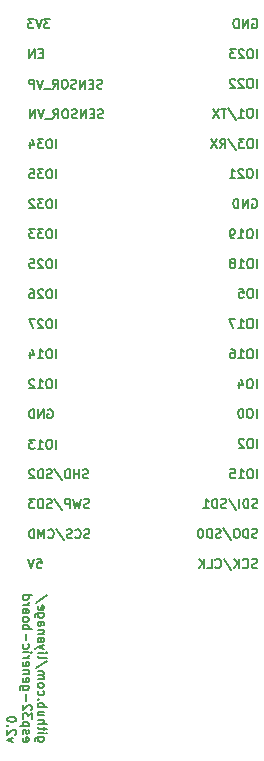
<source format=gbo>
G04 #@! TF.GenerationSoftware,KiCad,Pcbnew,(5.1.4-0-10_14)*
G04 #@! TF.CreationDate,2019-11-09T17:54:15-08:00*
G04 #@! TF.ProjectId,esp32-generic-board,65737033-322d-4676-956e-657269632d62,rev?*
G04 #@! TF.SameCoordinates,Original*
G04 #@! TF.FileFunction,Legend,Bot*
G04 #@! TF.FilePolarity,Positive*
%FSLAX46Y46*%
G04 Gerber Fmt 4.6, Leading zero omitted, Abs format (unit mm)*
G04 Created by KiCad (PCBNEW (5.1.4-0-10_14)) date 2019-11-09 17:54:15*
%MOMM*%
%LPD*%
G04 APERTURE LIST*
%ADD10C,0.152400*%
G04 APERTURE END LIST*
D10*
X22310997Y-47311128D02*
X22202140Y-47347414D01*
X22020711Y-47347414D01*
X21948140Y-47311128D01*
X21911854Y-47274842D01*
X21875568Y-47202271D01*
X21875568Y-47129700D01*
X21911854Y-47057128D01*
X21948140Y-47020842D01*
X22020711Y-46984557D01*
X22165854Y-46948271D01*
X22238425Y-46911985D01*
X22274711Y-46875700D01*
X22310997Y-46803128D01*
X22310997Y-46730557D01*
X22274711Y-46657985D01*
X22238425Y-46621700D01*
X22165854Y-46585414D01*
X21984425Y-46585414D01*
X21875568Y-46621700D01*
X21113568Y-47274842D02*
X21149854Y-47311128D01*
X21258711Y-47347414D01*
X21331282Y-47347414D01*
X21440140Y-47311128D01*
X21512711Y-47238557D01*
X21548997Y-47165985D01*
X21585282Y-47020842D01*
X21585282Y-46911985D01*
X21548997Y-46766842D01*
X21512711Y-46694271D01*
X21440140Y-46621700D01*
X21331282Y-46585414D01*
X21258711Y-46585414D01*
X21149854Y-46621700D01*
X21113568Y-46657985D01*
X20786997Y-47347414D02*
X20786997Y-46585414D01*
X20351568Y-47347414D02*
X20678140Y-46911985D01*
X20351568Y-46585414D02*
X20786997Y-47020842D01*
X19480711Y-46549128D02*
X20133854Y-47528842D01*
X18791282Y-47274842D02*
X18827568Y-47311128D01*
X18936425Y-47347414D01*
X19008997Y-47347414D01*
X19117854Y-47311128D01*
X19190425Y-47238557D01*
X19226711Y-47165985D01*
X19262997Y-47020842D01*
X19262997Y-46911985D01*
X19226711Y-46766842D01*
X19190425Y-46694271D01*
X19117854Y-46621700D01*
X19008997Y-46585414D01*
X18936425Y-46585414D01*
X18827568Y-46621700D01*
X18791282Y-46657985D01*
X18101854Y-47347414D02*
X18464711Y-47347414D01*
X18464711Y-46585414D01*
X17847854Y-47347414D02*
X17847854Y-46585414D01*
X17412425Y-47347414D02*
X17738997Y-46911985D01*
X17412425Y-46585414D02*
X17847854Y-47020842D01*
X22323697Y-44758428D02*
X22214840Y-44794714D01*
X22033411Y-44794714D01*
X21960840Y-44758428D01*
X21924554Y-44722142D01*
X21888268Y-44649571D01*
X21888268Y-44577000D01*
X21924554Y-44504428D01*
X21960840Y-44468142D01*
X22033411Y-44431857D01*
X22178554Y-44395571D01*
X22251125Y-44359285D01*
X22287411Y-44323000D01*
X22323697Y-44250428D01*
X22323697Y-44177857D01*
X22287411Y-44105285D01*
X22251125Y-44069000D01*
X22178554Y-44032714D01*
X21997125Y-44032714D01*
X21888268Y-44069000D01*
X21561697Y-44794714D02*
X21561697Y-44032714D01*
X21380268Y-44032714D01*
X21271411Y-44069000D01*
X21198840Y-44141571D01*
X21162554Y-44214142D01*
X21126268Y-44359285D01*
X21126268Y-44468142D01*
X21162554Y-44613285D01*
X21198840Y-44685857D01*
X21271411Y-44758428D01*
X21380268Y-44794714D01*
X21561697Y-44794714D01*
X20654554Y-44032714D02*
X20509411Y-44032714D01*
X20436840Y-44069000D01*
X20364268Y-44141571D01*
X20327982Y-44286714D01*
X20327982Y-44540714D01*
X20364268Y-44685857D01*
X20436840Y-44758428D01*
X20509411Y-44794714D01*
X20654554Y-44794714D01*
X20727125Y-44758428D01*
X20799697Y-44685857D01*
X20835982Y-44540714D01*
X20835982Y-44286714D01*
X20799697Y-44141571D01*
X20727125Y-44069000D01*
X20654554Y-44032714D01*
X19457125Y-43996428D02*
X20110268Y-44976142D01*
X19239411Y-44758428D02*
X19130554Y-44794714D01*
X18949125Y-44794714D01*
X18876554Y-44758428D01*
X18840268Y-44722142D01*
X18803982Y-44649571D01*
X18803982Y-44577000D01*
X18840268Y-44504428D01*
X18876554Y-44468142D01*
X18949125Y-44431857D01*
X19094268Y-44395571D01*
X19166840Y-44359285D01*
X19203125Y-44323000D01*
X19239411Y-44250428D01*
X19239411Y-44177857D01*
X19203125Y-44105285D01*
X19166840Y-44069000D01*
X19094268Y-44032714D01*
X18912840Y-44032714D01*
X18803982Y-44069000D01*
X18477411Y-44794714D02*
X18477411Y-44032714D01*
X18295982Y-44032714D01*
X18187125Y-44069000D01*
X18114554Y-44141571D01*
X18078268Y-44214142D01*
X18041982Y-44359285D01*
X18041982Y-44468142D01*
X18078268Y-44613285D01*
X18114554Y-44685857D01*
X18187125Y-44758428D01*
X18295982Y-44794714D01*
X18477411Y-44794714D01*
X17570268Y-44032714D02*
X17497697Y-44032714D01*
X17425125Y-44069000D01*
X17388840Y-44105285D01*
X17352554Y-44177857D01*
X17316268Y-44323000D01*
X17316268Y-44504428D01*
X17352554Y-44649571D01*
X17388840Y-44722142D01*
X17425125Y-44758428D01*
X17497697Y-44794714D01*
X17570268Y-44794714D01*
X17642840Y-44758428D01*
X17679125Y-44722142D01*
X17715411Y-44649571D01*
X17751697Y-44504428D01*
X17751697Y-44323000D01*
X17715411Y-44177857D01*
X17679125Y-44105285D01*
X17642840Y-44069000D01*
X17570268Y-44032714D01*
X22349097Y-42231128D02*
X22240240Y-42267414D01*
X22058811Y-42267414D01*
X21986240Y-42231128D01*
X21949954Y-42194842D01*
X21913668Y-42122271D01*
X21913668Y-42049700D01*
X21949954Y-41977128D01*
X21986240Y-41940842D01*
X22058811Y-41904557D01*
X22203954Y-41868271D01*
X22276525Y-41831985D01*
X22312811Y-41795700D01*
X22349097Y-41723128D01*
X22349097Y-41650557D01*
X22312811Y-41577985D01*
X22276525Y-41541700D01*
X22203954Y-41505414D01*
X22022525Y-41505414D01*
X21913668Y-41541700D01*
X21587097Y-42267414D02*
X21587097Y-41505414D01*
X21405668Y-41505414D01*
X21296811Y-41541700D01*
X21224240Y-41614271D01*
X21187954Y-41686842D01*
X21151668Y-41831985D01*
X21151668Y-41940842D01*
X21187954Y-42085985D01*
X21224240Y-42158557D01*
X21296811Y-42231128D01*
X21405668Y-42267414D01*
X21587097Y-42267414D01*
X20825097Y-42267414D02*
X20825097Y-41505414D01*
X19917954Y-41469128D02*
X20571097Y-42448842D01*
X19700240Y-42231128D02*
X19591382Y-42267414D01*
X19409954Y-42267414D01*
X19337382Y-42231128D01*
X19301097Y-42194842D01*
X19264811Y-42122271D01*
X19264811Y-42049700D01*
X19301097Y-41977128D01*
X19337382Y-41940842D01*
X19409954Y-41904557D01*
X19555097Y-41868271D01*
X19627668Y-41831985D01*
X19663954Y-41795700D01*
X19700240Y-41723128D01*
X19700240Y-41650557D01*
X19663954Y-41577985D01*
X19627668Y-41541700D01*
X19555097Y-41505414D01*
X19373668Y-41505414D01*
X19264811Y-41541700D01*
X18938240Y-42267414D02*
X18938240Y-41505414D01*
X18756811Y-41505414D01*
X18647954Y-41541700D01*
X18575382Y-41614271D01*
X18539097Y-41686842D01*
X18502811Y-41831985D01*
X18502811Y-41940842D01*
X18539097Y-42085985D01*
X18575382Y-42158557D01*
X18647954Y-42231128D01*
X18756811Y-42267414D01*
X18938240Y-42267414D01*
X17777097Y-42267414D02*
X18212525Y-42267414D01*
X17994811Y-42267414D02*
X17994811Y-41505414D01*
X18067382Y-41614271D01*
X18139954Y-41686842D01*
X18212525Y-41723128D01*
X22312811Y-39740114D02*
X22312811Y-38978114D01*
X21804811Y-38978114D02*
X21659668Y-38978114D01*
X21587097Y-39014400D01*
X21514525Y-39086971D01*
X21478240Y-39232114D01*
X21478240Y-39486114D01*
X21514525Y-39631257D01*
X21587097Y-39703828D01*
X21659668Y-39740114D01*
X21804811Y-39740114D01*
X21877382Y-39703828D01*
X21949954Y-39631257D01*
X21986240Y-39486114D01*
X21986240Y-39232114D01*
X21949954Y-39086971D01*
X21877382Y-39014400D01*
X21804811Y-38978114D01*
X20752525Y-39740114D02*
X21187954Y-39740114D01*
X20970240Y-39740114D02*
X20970240Y-38978114D01*
X21042811Y-39086971D01*
X21115382Y-39159542D01*
X21187954Y-39195828D01*
X20063097Y-38978114D02*
X20425954Y-38978114D01*
X20462240Y-39340971D01*
X20425954Y-39304685D01*
X20353382Y-39268400D01*
X20171954Y-39268400D01*
X20099382Y-39304685D01*
X20063097Y-39340971D01*
X20026811Y-39413542D01*
X20026811Y-39594971D01*
X20063097Y-39667542D01*
X20099382Y-39703828D01*
X20171954Y-39740114D01*
X20353382Y-39740114D01*
X20425954Y-39703828D01*
X20462240Y-39667542D01*
X22312811Y-37187414D02*
X22312811Y-36425414D01*
X21804811Y-36425414D02*
X21659668Y-36425414D01*
X21587097Y-36461700D01*
X21514525Y-36534271D01*
X21478240Y-36679414D01*
X21478240Y-36933414D01*
X21514525Y-37078557D01*
X21587097Y-37151128D01*
X21659668Y-37187414D01*
X21804811Y-37187414D01*
X21877382Y-37151128D01*
X21949954Y-37078557D01*
X21986240Y-36933414D01*
X21986240Y-36679414D01*
X21949954Y-36534271D01*
X21877382Y-36461700D01*
X21804811Y-36425414D01*
X21187954Y-36497985D02*
X21151668Y-36461700D01*
X21079097Y-36425414D01*
X20897668Y-36425414D01*
X20825097Y-36461700D01*
X20788811Y-36497985D01*
X20752525Y-36570557D01*
X20752525Y-36643128D01*
X20788811Y-36751985D01*
X21224240Y-37187414D01*
X20752525Y-37187414D01*
X22287411Y-34634714D02*
X22287411Y-33872714D01*
X21779411Y-33872714D02*
X21634268Y-33872714D01*
X21561697Y-33909000D01*
X21489125Y-33981571D01*
X21452840Y-34126714D01*
X21452840Y-34380714D01*
X21489125Y-34525857D01*
X21561697Y-34598428D01*
X21634268Y-34634714D01*
X21779411Y-34634714D01*
X21851982Y-34598428D01*
X21924554Y-34525857D01*
X21960840Y-34380714D01*
X21960840Y-34126714D01*
X21924554Y-33981571D01*
X21851982Y-33909000D01*
X21779411Y-33872714D01*
X20981125Y-33872714D02*
X20908554Y-33872714D01*
X20835982Y-33909000D01*
X20799697Y-33945285D01*
X20763411Y-34017857D01*
X20727125Y-34163000D01*
X20727125Y-34344428D01*
X20763411Y-34489571D01*
X20799697Y-34562142D01*
X20835982Y-34598428D01*
X20908554Y-34634714D01*
X20981125Y-34634714D01*
X21053697Y-34598428D01*
X21089982Y-34562142D01*
X21126268Y-34489571D01*
X21162554Y-34344428D01*
X21162554Y-34163000D01*
X21126268Y-34017857D01*
X21089982Y-33945285D01*
X21053697Y-33909000D01*
X20981125Y-33872714D01*
X22287411Y-32120114D02*
X22287411Y-31358114D01*
X21779411Y-31358114D02*
X21634268Y-31358114D01*
X21561697Y-31394400D01*
X21489125Y-31466971D01*
X21452840Y-31612114D01*
X21452840Y-31866114D01*
X21489125Y-32011257D01*
X21561697Y-32083828D01*
X21634268Y-32120114D01*
X21779411Y-32120114D01*
X21851982Y-32083828D01*
X21924554Y-32011257D01*
X21960840Y-31866114D01*
X21960840Y-31612114D01*
X21924554Y-31466971D01*
X21851982Y-31394400D01*
X21779411Y-31358114D01*
X20799697Y-31612114D02*
X20799697Y-32120114D01*
X20981125Y-31321828D02*
X21162554Y-31866114D01*
X20690840Y-31866114D01*
X22300111Y-29580114D02*
X22300111Y-28818114D01*
X21792111Y-28818114D02*
X21646968Y-28818114D01*
X21574397Y-28854400D01*
X21501825Y-28926971D01*
X21465540Y-29072114D01*
X21465540Y-29326114D01*
X21501825Y-29471257D01*
X21574397Y-29543828D01*
X21646968Y-29580114D01*
X21792111Y-29580114D01*
X21864682Y-29543828D01*
X21937254Y-29471257D01*
X21973540Y-29326114D01*
X21973540Y-29072114D01*
X21937254Y-28926971D01*
X21864682Y-28854400D01*
X21792111Y-28818114D01*
X20739825Y-29580114D02*
X21175254Y-29580114D01*
X20957540Y-29580114D02*
X20957540Y-28818114D01*
X21030111Y-28926971D01*
X21102682Y-28999542D01*
X21175254Y-29035828D01*
X20086682Y-28818114D02*
X20231825Y-28818114D01*
X20304397Y-28854400D01*
X20340682Y-28890685D01*
X20413254Y-28999542D01*
X20449540Y-29144685D01*
X20449540Y-29434971D01*
X20413254Y-29507542D01*
X20376968Y-29543828D01*
X20304397Y-29580114D01*
X20159254Y-29580114D01*
X20086682Y-29543828D01*
X20050397Y-29507542D01*
X20014111Y-29434971D01*
X20014111Y-29253542D01*
X20050397Y-29180971D01*
X20086682Y-29144685D01*
X20159254Y-29108400D01*
X20304397Y-29108400D01*
X20376968Y-29144685D01*
X20413254Y-29180971D01*
X20449540Y-29253542D01*
X22300111Y-27027414D02*
X22300111Y-26265414D01*
X21792111Y-26265414D02*
X21646968Y-26265414D01*
X21574397Y-26301700D01*
X21501825Y-26374271D01*
X21465540Y-26519414D01*
X21465540Y-26773414D01*
X21501825Y-26918557D01*
X21574397Y-26991128D01*
X21646968Y-27027414D01*
X21792111Y-27027414D01*
X21864682Y-26991128D01*
X21937254Y-26918557D01*
X21973540Y-26773414D01*
X21973540Y-26519414D01*
X21937254Y-26374271D01*
X21864682Y-26301700D01*
X21792111Y-26265414D01*
X20739825Y-27027414D02*
X21175254Y-27027414D01*
X20957540Y-27027414D02*
X20957540Y-26265414D01*
X21030111Y-26374271D01*
X21102682Y-26446842D01*
X21175254Y-26483128D01*
X20485825Y-26265414D02*
X19977825Y-26265414D01*
X20304397Y-27027414D01*
X22312811Y-24474714D02*
X22312811Y-23712714D01*
X21804811Y-23712714D02*
X21659668Y-23712714D01*
X21587097Y-23749000D01*
X21514525Y-23821571D01*
X21478240Y-23966714D01*
X21478240Y-24220714D01*
X21514525Y-24365857D01*
X21587097Y-24438428D01*
X21659668Y-24474714D01*
X21804811Y-24474714D01*
X21877382Y-24438428D01*
X21949954Y-24365857D01*
X21986240Y-24220714D01*
X21986240Y-23966714D01*
X21949954Y-23821571D01*
X21877382Y-23749000D01*
X21804811Y-23712714D01*
X20788811Y-23712714D02*
X21151668Y-23712714D01*
X21187954Y-24075571D01*
X21151668Y-24039285D01*
X21079097Y-24003000D01*
X20897668Y-24003000D01*
X20825097Y-24039285D01*
X20788811Y-24075571D01*
X20752525Y-24148142D01*
X20752525Y-24329571D01*
X20788811Y-24402142D01*
X20825097Y-24438428D01*
X20897668Y-24474714D01*
X21079097Y-24474714D01*
X21151668Y-24438428D01*
X21187954Y-24402142D01*
X22312811Y-21947414D02*
X22312811Y-21185414D01*
X21804811Y-21185414D02*
X21659668Y-21185414D01*
X21587097Y-21221700D01*
X21514525Y-21294271D01*
X21478240Y-21439414D01*
X21478240Y-21693414D01*
X21514525Y-21838557D01*
X21587097Y-21911128D01*
X21659668Y-21947414D01*
X21804811Y-21947414D01*
X21877382Y-21911128D01*
X21949954Y-21838557D01*
X21986240Y-21693414D01*
X21986240Y-21439414D01*
X21949954Y-21294271D01*
X21877382Y-21221700D01*
X21804811Y-21185414D01*
X20752525Y-21947414D02*
X21187954Y-21947414D01*
X20970240Y-21947414D02*
X20970240Y-21185414D01*
X21042811Y-21294271D01*
X21115382Y-21366842D01*
X21187954Y-21403128D01*
X20317097Y-21511985D02*
X20389668Y-21475700D01*
X20425954Y-21439414D01*
X20462240Y-21366842D01*
X20462240Y-21330557D01*
X20425954Y-21257985D01*
X20389668Y-21221700D01*
X20317097Y-21185414D01*
X20171954Y-21185414D01*
X20099382Y-21221700D01*
X20063097Y-21257985D01*
X20026811Y-21330557D01*
X20026811Y-21366842D01*
X20063097Y-21439414D01*
X20099382Y-21475700D01*
X20171954Y-21511985D01*
X20317097Y-21511985D01*
X20389668Y-21548271D01*
X20425954Y-21584557D01*
X20462240Y-21657128D01*
X20462240Y-21802271D01*
X20425954Y-21874842D01*
X20389668Y-21911128D01*
X20317097Y-21947414D01*
X20171954Y-21947414D01*
X20099382Y-21911128D01*
X20063097Y-21874842D01*
X20026811Y-21802271D01*
X20026811Y-21657128D01*
X20063097Y-21584557D01*
X20099382Y-21548271D01*
X20171954Y-21511985D01*
X22287411Y-19420114D02*
X22287411Y-18658114D01*
X21779411Y-18658114D02*
X21634268Y-18658114D01*
X21561697Y-18694400D01*
X21489125Y-18766971D01*
X21452840Y-18912114D01*
X21452840Y-19166114D01*
X21489125Y-19311257D01*
X21561697Y-19383828D01*
X21634268Y-19420114D01*
X21779411Y-19420114D01*
X21851982Y-19383828D01*
X21924554Y-19311257D01*
X21960840Y-19166114D01*
X21960840Y-18912114D01*
X21924554Y-18766971D01*
X21851982Y-18694400D01*
X21779411Y-18658114D01*
X20727125Y-19420114D02*
X21162554Y-19420114D01*
X20944840Y-19420114D02*
X20944840Y-18658114D01*
X21017411Y-18766971D01*
X21089982Y-18839542D01*
X21162554Y-18875828D01*
X20364268Y-19420114D02*
X20219125Y-19420114D01*
X20146554Y-19383828D01*
X20110268Y-19347542D01*
X20037697Y-19238685D01*
X20001411Y-19093542D01*
X20001411Y-18803257D01*
X20037697Y-18730685D01*
X20073982Y-18694400D01*
X20146554Y-18658114D01*
X20291697Y-18658114D01*
X20364268Y-18694400D01*
X20400554Y-18730685D01*
X20436840Y-18803257D01*
X20436840Y-18984685D01*
X20400554Y-19057257D01*
X20364268Y-19093542D01*
X20291697Y-19129828D01*
X20146554Y-19129828D01*
X20073982Y-19093542D01*
X20037697Y-19057257D01*
X20001411Y-18984685D01*
X21888268Y-16141700D02*
X21960840Y-16105414D01*
X22069697Y-16105414D01*
X22178554Y-16141700D01*
X22251125Y-16214271D01*
X22287411Y-16286842D01*
X22323697Y-16431985D01*
X22323697Y-16540842D01*
X22287411Y-16685985D01*
X22251125Y-16758557D01*
X22178554Y-16831128D01*
X22069697Y-16867414D01*
X21997125Y-16867414D01*
X21888268Y-16831128D01*
X21851982Y-16794842D01*
X21851982Y-16540842D01*
X21997125Y-16540842D01*
X21525411Y-16867414D02*
X21525411Y-16105414D01*
X21089982Y-16867414D01*
X21089982Y-16105414D01*
X20727125Y-16867414D02*
X20727125Y-16105414D01*
X20545697Y-16105414D01*
X20436840Y-16141700D01*
X20364268Y-16214271D01*
X20327982Y-16286842D01*
X20291697Y-16431985D01*
X20291697Y-16540842D01*
X20327982Y-16685985D01*
X20364268Y-16758557D01*
X20436840Y-16831128D01*
X20545697Y-16867414D01*
X20727125Y-16867414D01*
X22287411Y-14314714D02*
X22287411Y-13552714D01*
X21779411Y-13552714D02*
X21634268Y-13552714D01*
X21561697Y-13589000D01*
X21489125Y-13661571D01*
X21452840Y-13806714D01*
X21452840Y-14060714D01*
X21489125Y-14205857D01*
X21561697Y-14278428D01*
X21634268Y-14314714D01*
X21779411Y-14314714D01*
X21851982Y-14278428D01*
X21924554Y-14205857D01*
X21960840Y-14060714D01*
X21960840Y-13806714D01*
X21924554Y-13661571D01*
X21851982Y-13589000D01*
X21779411Y-13552714D01*
X21162554Y-13625285D02*
X21126268Y-13589000D01*
X21053697Y-13552714D01*
X20872268Y-13552714D01*
X20799697Y-13589000D01*
X20763411Y-13625285D01*
X20727125Y-13697857D01*
X20727125Y-13770428D01*
X20763411Y-13879285D01*
X21198840Y-14314714D01*
X20727125Y-14314714D01*
X20001411Y-14314714D02*
X20436840Y-14314714D01*
X20219125Y-14314714D02*
X20219125Y-13552714D01*
X20291697Y-13661571D01*
X20364268Y-13734142D01*
X20436840Y-13770428D01*
X22312811Y-11787414D02*
X22312811Y-11025414D01*
X21804811Y-11025414D02*
X21659668Y-11025414D01*
X21587097Y-11061700D01*
X21514525Y-11134271D01*
X21478240Y-11279414D01*
X21478240Y-11533414D01*
X21514525Y-11678557D01*
X21587097Y-11751128D01*
X21659668Y-11787414D01*
X21804811Y-11787414D01*
X21877382Y-11751128D01*
X21949954Y-11678557D01*
X21986240Y-11533414D01*
X21986240Y-11279414D01*
X21949954Y-11134271D01*
X21877382Y-11061700D01*
X21804811Y-11025414D01*
X21224240Y-11025414D02*
X20752525Y-11025414D01*
X21006525Y-11315700D01*
X20897668Y-11315700D01*
X20825097Y-11351985D01*
X20788811Y-11388271D01*
X20752525Y-11460842D01*
X20752525Y-11642271D01*
X20788811Y-11714842D01*
X20825097Y-11751128D01*
X20897668Y-11787414D01*
X21115382Y-11787414D01*
X21187954Y-11751128D01*
X21224240Y-11714842D01*
X19881668Y-10989128D02*
X20534811Y-11968842D01*
X19192240Y-11787414D02*
X19446240Y-11424557D01*
X19627668Y-11787414D02*
X19627668Y-11025414D01*
X19337382Y-11025414D01*
X19264811Y-11061700D01*
X19228525Y-11097985D01*
X19192240Y-11170557D01*
X19192240Y-11279414D01*
X19228525Y-11351985D01*
X19264811Y-11388271D01*
X19337382Y-11424557D01*
X19627668Y-11424557D01*
X18938240Y-11025414D02*
X18430240Y-11787414D01*
X18430240Y-11025414D02*
X18938240Y-11787414D01*
X22300111Y-9222014D02*
X22300111Y-8460014D01*
X21792111Y-8460014D02*
X21646968Y-8460014D01*
X21574397Y-8496300D01*
X21501825Y-8568871D01*
X21465540Y-8714014D01*
X21465540Y-8968014D01*
X21501825Y-9113157D01*
X21574397Y-9185728D01*
X21646968Y-9222014D01*
X21792111Y-9222014D01*
X21864682Y-9185728D01*
X21937254Y-9113157D01*
X21973540Y-8968014D01*
X21973540Y-8714014D01*
X21937254Y-8568871D01*
X21864682Y-8496300D01*
X21792111Y-8460014D01*
X20739825Y-9222014D02*
X21175254Y-9222014D01*
X20957540Y-9222014D02*
X20957540Y-8460014D01*
X21030111Y-8568871D01*
X21102682Y-8641442D01*
X21175254Y-8677728D01*
X19868968Y-8423728D02*
X20522111Y-9403442D01*
X19723825Y-8460014D02*
X19288397Y-8460014D01*
X19506111Y-9222014D02*
X19506111Y-8460014D01*
X19106968Y-8460014D02*
X18598968Y-9222014D01*
X18598968Y-8460014D02*
X19106968Y-9222014D01*
X22300111Y-6694714D02*
X22300111Y-5932714D01*
X21792111Y-5932714D02*
X21646968Y-5932714D01*
X21574397Y-5969000D01*
X21501825Y-6041571D01*
X21465540Y-6186714D01*
X21465540Y-6440714D01*
X21501825Y-6585857D01*
X21574397Y-6658428D01*
X21646968Y-6694714D01*
X21792111Y-6694714D01*
X21864682Y-6658428D01*
X21937254Y-6585857D01*
X21973540Y-6440714D01*
X21973540Y-6186714D01*
X21937254Y-6041571D01*
X21864682Y-5969000D01*
X21792111Y-5932714D01*
X21175254Y-6005285D02*
X21138968Y-5969000D01*
X21066397Y-5932714D01*
X20884968Y-5932714D01*
X20812397Y-5969000D01*
X20776111Y-6005285D01*
X20739825Y-6077857D01*
X20739825Y-6150428D01*
X20776111Y-6259285D01*
X21211540Y-6694714D01*
X20739825Y-6694714D01*
X20449540Y-6005285D02*
X20413254Y-5969000D01*
X20340682Y-5932714D01*
X20159254Y-5932714D01*
X20086682Y-5969000D01*
X20050397Y-6005285D01*
X20014111Y-6077857D01*
X20014111Y-6150428D01*
X20050397Y-6259285D01*
X20485825Y-6694714D01*
X20014111Y-6694714D01*
X22312811Y-4180114D02*
X22312811Y-3418114D01*
X21804811Y-3418114D02*
X21659668Y-3418114D01*
X21587097Y-3454400D01*
X21514525Y-3526971D01*
X21478240Y-3672114D01*
X21478240Y-3926114D01*
X21514525Y-4071257D01*
X21587097Y-4143828D01*
X21659668Y-4180114D01*
X21804811Y-4180114D01*
X21877382Y-4143828D01*
X21949954Y-4071257D01*
X21986240Y-3926114D01*
X21986240Y-3672114D01*
X21949954Y-3526971D01*
X21877382Y-3454400D01*
X21804811Y-3418114D01*
X21187954Y-3490685D02*
X21151668Y-3454400D01*
X21079097Y-3418114D01*
X20897668Y-3418114D01*
X20825097Y-3454400D01*
X20788811Y-3490685D01*
X20752525Y-3563257D01*
X20752525Y-3635828D01*
X20788811Y-3744685D01*
X21224240Y-4180114D01*
X20752525Y-4180114D01*
X20498525Y-3418114D02*
X20026811Y-3418114D01*
X20280811Y-3708400D01*
X20171954Y-3708400D01*
X20099382Y-3744685D01*
X20063097Y-3780971D01*
X20026811Y-3853542D01*
X20026811Y-4034971D01*
X20063097Y-4107542D01*
X20099382Y-4143828D01*
X20171954Y-4180114D01*
X20389668Y-4180114D01*
X20462240Y-4143828D01*
X20498525Y-4107542D01*
X21913668Y-901700D02*
X21986240Y-865414D01*
X22095097Y-865414D01*
X22203954Y-901700D01*
X22276525Y-974271D01*
X22312811Y-1046842D01*
X22349097Y-1191985D01*
X22349097Y-1300842D01*
X22312811Y-1445985D01*
X22276525Y-1518557D01*
X22203954Y-1591128D01*
X22095097Y-1627414D01*
X22022525Y-1627414D01*
X21913668Y-1591128D01*
X21877382Y-1554842D01*
X21877382Y-1300842D01*
X22022525Y-1300842D01*
X21550811Y-1627414D02*
X21550811Y-865414D01*
X21115382Y-1627414D01*
X21115382Y-865414D01*
X20752525Y-1627414D02*
X20752525Y-865414D01*
X20571097Y-865414D01*
X20462240Y-901700D01*
X20389668Y-974271D01*
X20353382Y-1046842D01*
X20317097Y-1191985D01*
X20317097Y-1300842D01*
X20353382Y-1445985D01*
X20389668Y-1518557D01*
X20462240Y-1591128D01*
X20571097Y-1627414D01*
X20752525Y-1627414D01*
X3702231Y-46585414D02*
X4065088Y-46585414D01*
X4101374Y-46948271D01*
X4065088Y-46911985D01*
X3992517Y-46875700D01*
X3811088Y-46875700D01*
X3738517Y-46911985D01*
X3702231Y-46948271D01*
X3665945Y-47020842D01*
X3665945Y-47202271D01*
X3702231Y-47274842D01*
X3738517Y-47311128D01*
X3811088Y-47347414D01*
X3992517Y-47347414D01*
X4065088Y-47311128D01*
X4101374Y-47274842D01*
X3448231Y-46585414D02*
X3194231Y-47347414D01*
X2940231Y-46585414D01*
X8129088Y-44796528D02*
X8020231Y-44832814D01*
X7838802Y-44832814D01*
X7766231Y-44796528D01*
X7729945Y-44760242D01*
X7693660Y-44687671D01*
X7693660Y-44615100D01*
X7729945Y-44542528D01*
X7766231Y-44506242D01*
X7838802Y-44469957D01*
X7983945Y-44433671D01*
X8056517Y-44397385D01*
X8092802Y-44361100D01*
X8129088Y-44288528D01*
X8129088Y-44215957D01*
X8092802Y-44143385D01*
X8056517Y-44107100D01*
X7983945Y-44070814D01*
X7802517Y-44070814D01*
X7693660Y-44107100D01*
X6931660Y-44760242D02*
X6967945Y-44796528D01*
X7076802Y-44832814D01*
X7149374Y-44832814D01*
X7258231Y-44796528D01*
X7330802Y-44723957D01*
X7367088Y-44651385D01*
X7403374Y-44506242D01*
X7403374Y-44397385D01*
X7367088Y-44252242D01*
X7330802Y-44179671D01*
X7258231Y-44107100D01*
X7149374Y-44070814D01*
X7076802Y-44070814D01*
X6967945Y-44107100D01*
X6931660Y-44143385D01*
X6641374Y-44796528D02*
X6532517Y-44832814D01*
X6351088Y-44832814D01*
X6278517Y-44796528D01*
X6242231Y-44760242D01*
X6205945Y-44687671D01*
X6205945Y-44615100D01*
X6242231Y-44542528D01*
X6278517Y-44506242D01*
X6351088Y-44469957D01*
X6496231Y-44433671D01*
X6568802Y-44397385D01*
X6605088Y-44361100D01*
X6641374Y-44288528D01*
X6641374Y-44215957D01*
X6605088Y-44143385D01*
X6568802Y-44107100D01*
X6496231Y-44070814D01*
X6314802Y-44070814D01*
X6205945Y-44107100D01*
X5335088Y-44034528D02*
X5988231Y-45014242D01*
X4645660Y-44760242D02*
X4681945Y-44796528D01*
X4790802Y-44832814D01*
X4863374Y-44832814D01*
X4972231Y-44796528D01*
X5044802Y-44723957D01*
X5081088Y-44651385D01*
X5117374Y-44506242D01*
X5117374Y-44397385D01*
X5081088Y-44252242D01*
X5044802Y-44179671D01*
X4972231Y-44107100D01*
X4863374Y-44070814D01*
X4790802Y-44070814D01*
X4681945Y-44107100D01*
X4645660Y-44143385D01*
X4319088Y-44832814D02*
X4319088Y-44070814D01*
X4065088Y-44615100D01*
X3811088Y-44070814D01*
X3811088Y-44832814D01*
X3448231Y-44832814D02*
X3448231Y-44070814D01*
X3266802Y-44070814D01*
X3157945Y-44107100D01*
X3085374Y-44179671D01*
X3049088Y-44252242D01*
X3012802Y-44397385D01*
X3012802Y-44506242D01*
X3049088Y-44651385D01*
X3085374Y-44723957D01*
X3157945Y-44796528D01*
X3266802Y-44832814D01*
X3448231Y-44832814D01*
X8092802Y-42231128D02*
X7983945Y-42267414D01*
X7802517Y-42267414D01*
X7729945Y-42231128D01*
X7693660Y-42194842D01*
X7657374Y-42122271D01*
X7657374Y-42049700D01*
X7693660Y-41977128D01*
X7729945Y-41940842D01*
X7802517Y-41904557D01*
X7947660Y-41868271D01*
X8020231Y-41831985D01*
X8056517Y-41795700D01*
X8092802Y-41723128D01*
X8092802Y-41650557D01*
X8056517Y-41577985D01*
X8020231Y-41541700D01*
X7947660Y-41505414D01*
X7766231Y-41505414D01*
X7657374Y-41541700D01*
X7403374Y-41505414D02*
X7221945Y-42267414D01*
X7076802Y-41723128D01*
X6931660Y-42267414D01*
X6750231Y-41505414D01*
X6459945Y-42267414D02*
X6459945Y-41505414D01*
X6169660Y-41505414D01*
X6097088Y-41541700D01*
X6060802Y-41577985D01*
X6024517Y-41650557D01*
X6024517Y-41759414D01*
X6060802Y-41831985D01*
X6097088Y-41868271D01*
X6169660Y-41904557D01*
X6459945Y-41904557D01*
X5153660Y-41469128D02*
X5806802Y-42448842D01*
X4935945Y-42231128D02*
X4827088Y-42267414D01*
X4645660Y-42267414D01*
X4573088Y-42231128D01*
X4536802Y-42194842D01*
X4500517Y-42122271D01*
X4500517Y-42049700D01*
X4536802Y-41977128D01*
X4573088Y-41940842D01*
X4645660Y-41904557D01*
X4790802Y-41868271D01*
X4863374Y-41831985D01*
X4899660Y-41795700D01*
X4935945Y-41723128D01*
X4935945Y-41650557D01*
X4899660Y-41577985D01*
X4863374Y-41541700D01*
X4790802Y-41505414D01*
X4609374Y-41505414D01*
X4500517Y-41541700D01*
X4173945Y-42267414D02*
X4173945Y-41505414D01*
X3992517Y-41505414D01*
X3883660Y-41541700D01*
X3811088Y-41614271D01*
X3774802Y-41686842D01*
X3738517Y-41831985D01*
X3738517Y-41940842D01*
X3774802Y-42085985D01*
X3811088Y-42158557D01*
X3883660Y-42231128D01*
X3992517Y-42267414D01*
X4173945Y-42267414D01*
X3484517Y-41505414D02*
X3012802Y-41505414D01*
X3266802Y-41795700D01*
X3157945Y-41795700D01*
X3085374Y-41831985D01*
X3049088Y-41868271D01*
X3012802Y-41940842D01*
X3012802Y-42122271D01*
X3049088Y-42194842D01*
X3085374Y-42231128D01*
X3157945Y-42267414D01*
X3375660Y-42267414D01*
X3448231Y-42231128D01*
X3484517Y-42194842D01*
X8020231Y-39716528D02*
X7911374Y-39752814D01*
X7729945Y-39752814D01*
X7657374Y-39716528D01*
X7621088Y-39680242D01*
X7584802Y-39607671D01*
X7584802Y-39535100D01*
X7621088Y-39462528D01*
X7657374Y-39426242D01*
X7729945Y-39389957D01*
X7875088Y-39353671D01*
X7947660Y-39317385D01*
X7983945Y-39281100D01*
X8020231Y-39208528D01*
X8020231Y-39135957D01*
X7983945Y-39063385D01*
X7947660Y-39027100D01*
X7875088Y-38990814D01*
X7693660Y-38990814D01*
X7584802Y-39027100D01*
X7258231Y-39752814D02*
X7258231Y-38990814D01*
X7258231Y-39353671D02*
X6822802Y-39353671D01*
X6822802Y-39752814D02*
X6822802Y-38990814D01*
X6459945Y-39752814D02*
X6459945Y-38990814D01*
X6278517Y-38990814D01*
X6169660Y-39027100D01*
X6097088Y-39099671D01*
X6060802Y-39172242D01*
X6024517Y-39317385D01*
X6024517Y-39426242D01*
X6060802Y-39571385D01*
X6097088Y-39643957D01*
X6169660Y-39716528D01*
X6278517Y-39752814D01*
X6459945Y-39752814D01*
X5153660Y-38954528D02*
X5806802Y-39934242D01*
X4935945Y-39716528D02*
X4827088Y-39752814D01*
X4645660Y-39752814D01*
X4573088Y-39716528D01*
X4536802Y-39680242D01*
X4500517Y-39607671D01*
X4500517Y-39535100D01*
X4536802Y-39462528D01*
X4573088Y-39426242D01*
X4645660Y-39389957D01*
X4790802Y-39353671D01*
X4863374Y-39317385D01*
X4899660Y-39281100D01*
X4935945Y-39208528D01*
X4935945Y-39135957D01*
X4899660Y-39063385D01*
X4863374Y-39027100D01*
X4790802Y-38990814D01*
X4609374Y-38990814D01*
X4500517Y-39027100D01*
X4173945Y-39752814D02*
X4173945Y-38990814D01*
X3992517Y-38990814D01*
X3883660Y-39027100D01*
X3811088Y-39099671D01*
X3774802Y-39172242D01*
X3738517Y-39317385D01*
X3738517Y-39426242D01*
X3774802Y-39571385D01*
X3811088Y-39643957D01*
X3883660Y-39716528D01*
X3992517Y-39752814D01*
X4173945Y-39752814D01*
X3448231Y-39063385D02*
X3411945Y-39027100D01*
X3339374Y-38990814D01*
X3157945Y-38990814D01*
X3085374Y-39027100D01*
X3049088Y-39063385D01*
X3012802Y-39135957D01*
X3012802Y-39208528D01*
X3049088Y-39317385D01*
X3484517Y-39752814D01*
X3012802Y-39752814D01*
X5298802Y-37225514D02*
X5298802Y-36463514D01*
X4790802Y-36463514D02*
X4645660Y-36463514D01*
X4573088Y-36499800D01*
X4500517Y-36572371D01*
X4464231Y-36717514D01*
X4464231Y-36971514D01*
X4500517Y-37116657D01*
X4573088Y-37189228D01*
X4645660Y-37225514D01*
X4790802Y-37225514D01*
X4863374Y-37189228D01*
X4935945Y-37116657D01*
X4972231Y-36971514D01*
X4972231Y-36717514D01*
X4935945Y-36572371D01*
X4863374Y-36499800D01*
X4790802Y-36463514D01*
X3738517Y-37225514D02*
X4173945Y-37225514D01*
X3956231Y-37225514D02*
X3956231Y-36463514D01*
X4028802Y-36572371D01*
X4101374Y-36644942D01*
X4173945Y-36681228D01*
X3484517Y-36463514D02*
X3012802Y-36463514D01*
X3266802Y-36753800D01*
X3157945Y-36753800D01*
X3085374Y-36790085D01*
X3049088Y-36826371D01*
X3012802Y-36898942D01*
X3012802Y-37080371D01*
X3049088Y-37152942D01*
X3085374Y-37189228D01*
X3157945Y-37225514D01*
X3375660Y-37225514D01*
X3448231Y-37189228D01*
X3484517Y-37152942D01*
X4609374Y-33947100D02*
X4681945Y-33910814D01*
X4790802Y-33910814D01*
X4899660Y-33947100D01*
X4972231Y-34019671D01*
X5008517Y-34092242D01*
X5044802Y-34237385D01*
X5044802Y-34346242D01*
X5008517Y-34491385D01*
X4972231Y-34563957D01*
X4899660Y-34636528D01*
X4790802Y-34672814D01*
X4718231Y-34672814D01*
X4609374Y-34636528D01*
X4573088Y-34600242D01*
X4573088Y-34346242D01*
X4718231Y-34346242D01*
X4246517Y-34672814D02*
X4246517Y-33910814D01*
X3811088Y-34672814D01*
X3811088Y-33910814D01*
X3448231Y-34672814D02*
X3448231Y-33910814D01*
X3266802Y-33910814D01*
X3157945Y-33947100D01*
X3085374Y-34019671D01*
X3049088Y-34092242D01*
X3012802Y-34237385D01*
X3012802Y-34346242D01*
X3049088Y-34491385D01*
X3085374Y-34563957D01*
X3157945Y-34636528D01*
X3266802Y-34672814D01*
X3448231Y-34672814D01*
X5298802Y-32120114D02*
X5298802Y-31358114D01*
X4790802Y-31358114D02*
X4645660Y-31358114D01*
X4573088Y-31394400D01*
X4500517Y-31466971D01*
X4464231Y-31612114D01*
X4464231Y-31866114D01*
X4500517Y-32011257D01*
X4573088Y-32083828D01*
X4645660Y-32120114D01*
X4790802Y-32120114D01*
X4863374Y-32083828D01*
X4935945Y-32011257D01*
X4972231Y-31866114D01*
X4972231Y-31612114D01*
X4935945Y-31466971D01*
X4863374Y-31394400D01*
X4790802Y-31358114D01*
X3738517Y-32120114D02*
X4173945Y-32120114D01*
X3956231Y-32120114D02*
X3956231Y-31358114D01*
X4028802Y-31466971D01*
X4101374Y-31539542D01*
X4173945Y-31575828D01*
X3448231Y-31430685D02*
X3411945Y-31394400D01*
X3339374Y-31358114D01*
X3157945Y-31358114D01*
X3085374Y-31394400D01*
X3049088Y-31430685D01*
X3012802Y-31503257D01*
X3012802Y-31575828D01*
X3049088Y-31684685D01*
X3484517Y-32120114D01*
X3012802Y-32120114D01*
X5311502Y-29580114D02*
X5311502Y-28818114D01*
X4803502Y-28818114D02*
X4658360Y-28818114D01*
X4585788Y-28854400D01*
X4513217Y-28926971D01*
X4476931Y-29072114D01*
X4476931Y-29326114D01*
X4513217Y-29471257D01*
X4585788Y-29543828D01*
X4658360Y-29580114D01*
X4803502Y-29580114D01*
X4876074Y-29543828D01*
X4948645Y-29471257D01*
X4984931Y-29326114D01*
X4984931Y-29072114D01*
X4948645Y-28926971D01*
X4876074Y-28854400D01*
X4803502Y-28818114D01*
X3751217Y-29580114D02*
X4186645Y-29580114D01*
X3968931Y-29580114D02*
X3968931Y-28818114D01*
X4041502Y-28926971D01*
X4114074Y-28999542D01*
X4186645Y-29035828D01*
X3098074Y-29072114D02*
X3098074Y-29580114D01*
X3279502Y-28781828D02*
X3460931Y-29326114D01*
X2989217Y-29326114D01*
X5311502Y-27040114D02*
X5311502Y-26278114D01*
X4803502Y-26278114D02*
X4658360Y-26278114D01*
X4585788Y-26314400D01*
X4513217Y-26386971D01*
X4476931Y-26532114D01*
X4476931Y-26786114D01*
X4513217Y-26931257D01*
X4585788Y-27003828D01*
X4658360Y-27040114D01*
X4803502Y-27040114D01*
X4876074Y-27003828D01*
X4948645Y-26931257D01*
X4984931Y-26786114D01*
X4984931Y-26532114D01*
X4948645Y-26386971D01*
X4876074Y-26314400D01*
X4803502Y-26278114D01*
X4186645Y-26350685D02*
X4150360Y-26314400D01*
X4077788Y-26278114D01*
X3896360Y-26278114D01*
X3823788Y-26314400D01*
X3787502Y-26350685D01*
X3751217Y-26423257D01*
X3751217Y-26495828D01*
X3787502Y-26604685D01*
X4222931Y-27040114D01*
X3751217Y-27040114D01*
X3497217Y-26278114D02*
X2989217Y-26278114D01*
X3315788Y-27040114D01*
X5324202Y-24512814D02*
X5324202Y-23750814D01*
X4816202Y-23750814D02*
X4671060Y-23750814D01*
X4598488Y-23787100D01*
X4525917Y-23859671D01*
X4489631Y-24004814D01*
X4489631Y-24258814D01*
X4525917Y-24403957D01*
X4598488Y-24476528D01*
X4671060Y-24512814D01*
X4816202Y-24512814D01*
X4888774Y-24476528D01*
X4961345Y-24403957D01*
X4997631Y-24258814D01*
X4997631Y-24004814D01*
X4961345Y-23859671D01*
X4888774Y-23787100D01*
X4816202Y-23750814D01*
X4199345Y-23823385D02*
X4163060Y-23787100D01*
X4090488Y-23750814D01*
X3909060Y-23750814D01*
X3836488Y-23787100D01*
X3800202Y-23823385D01*
X3763917Y-23895957D01*
X3763917Y-23968528D01*
X3800202Y-24077385D01*
X4235631Y-24512814D01*
X3763917Y-24512814D01*
X3110774Y-23750814D02*
X3255917Y-23750814D01*
X3328488Y-23787100D01*
X3364774Y-23823385D01*
X3437345Y-23932242D01*
X3473631Y-24077385D01*
X3473631Y-24367671D01*
X3437345Y-24440242D01*
X3401060Y-24476528D01*
X3328488Y-24512814D01*
X3183345Y-24512814D01*
X3110774Y-24476528D01*
X3074488Y-24440242D01*
X3038202Y-24367671D01*
X3038202Y-24186242D01*
X3074488Y-24113671D01*
X3110774Y-24077385D01*
X3183345Y-24041100D01*
X3328488Y-24041100D01*
X3401060Y-24077385D01*
X3437345Y-24113671D01*
X3473631Y-24186242D01*
X5311502Y-21960114D02*
X5311502Y-21198114D01*
X4803502Y-21198114D02*
X4658360Y-21198114D01*
X4585788Y-21234400D01*
X4513217Y-21306971D01*
X4476931Y-21452114D01*
X4476931Y-21706114D01*
X4513217Y-21851257D01*
X4585788Y-21923828D01*
X4658360Y-21960114D01*
X4803502Y-21960114D01*
X4876074Y-21923828D01*
X4948645Y-21851257D01*
X4984931Y-21706114D01*
X4984931Y-21452114D01*
X4948645Y-21306971D01*
X4876074Y-21234400D01*
X4803502Y-21198114D01*
X4186645Y-21270685D02*
X4150360Y-21234400D01*
X4077788Y-21198114D01*
X3896360Y-21198114D01*
X3823788Y-21234400D01*
X3787502Y-21270685D01*
X3751217Y-21343257D01*
X3751217Y-21415828D01*
X3787502Y-21524685D01*
X4222931Y-21960114D01*
X3751217Y-21960114D01*
X3061788Y-21198114D02*
X3424645Y-21198114D01*
X3460931Y-21560971D01*
X3424645Y-21524685D01*
X3352074Y-21488400D01*
X3170645Y-21488400D01*
X3098074Y-21524685D01*
X3061788Y-21560971D01*
X3025502Y-21633542D01*
X3025502Y-21814971D01*
X3061788Y-21887542D01*
X3098074Y-21923828D01*
X3170645Y-21960114D01*
X3352074Y-21960114D01*
X3424645Y-21923828D01*
X3460931Y-21887542D01*
X5311502Y-19420114D02*
X5311502Y-18658114D01*
X4803502Y-18658114D02*
X4658360Y-18658114D01*
X4585788Y-18694400D01*
X4513217Y-18766971D01*
X4476931Y-18912114D01*
X4476931Y-19166114D01*
X4513217Y-19311257D01*
X4585788Y-19383828D01*
X4658360Y-19420114D01*
X4803502Y-19420114D01*
X4876074Y-19383828D01*
X4948645Y-19311257D01*
X4984931Y-19166114D01*
X4984931Y-18912114D01*
X4948645Y-18766971D01*
X4876074Y-18694400D01*
X4803502Y-18658114D01*
X4222931Y-18658114D02*
X3751217Y-18658114D01*
X4005217Y-18948400D01*
X3896360Y-18948400D01*
X3823788Y-18984685D01*
X3787502Y-19020971D01*
X3751217Y-19093542D01*
X3751217Y-19274971D01*
X3787502Y-19347542D01*
X3823788Y-19383828D01*
X3896360Y-19420114D01*
X4114074Y-19420114D01*
X4186645Y-19383828D01*
X4222931Y-19347542D01*
X3497217Y-18658114D02*
X3025502Y-18658114D01*
X3279502Y-18948400D01*
X3170645Y-18948400D01*
X3098074Y-18984685D01*
X3061788Y-19020971D01*
X3025502Y-19093542D01*
X3025502Y-19274971D01*
X3061788Y-19347542D01*
X3098074Y-19383828D01*
X3170645Y-19420114D01*
X3388360Y-19420114D01*
X3460931Y-19383828D01*
X3497217Y-19347542D01*
X5324202Y-16892814D02*
X5324202Y-16130814D01*
X4816202Y-16130814D02*
X4671060Y-16130814D01*
X4598488Y-16167100D01*
X4525917Y-16239671D01*
X4489631Y-16384814D01*
X4489631Y-16638814D01*
X4525917Y-16783957D01*
X4598488Y-16856528D01*
X4671060Y-16892814D01*
X4816202Y-16892814D01*
X4888774Y-16856528D01*
X4961345Y-16783957D01*
X4997631Y-16638814D01*
X4997631Y-16384814D01*
X4961345Y-16239671D01*
X4888774Y-16167100D01*
X4816202Y-16130814D01*
X4235631Y-16130814D02*
X3763917Y-16130814D01*
X4017917Y-16421100D01*
X3909060Y-16421100D01*
X3836488Y-16457385D01*
X3800202Y-16493671D01*
X3763917Y-16566242D01*
X3763917Y-16747671D01*
X3800202Y-16820242D01*
X3836488Y-16856528D01*
X3909060Y-16892814D01*
X4126774Y-16892814D01*
X4199345Y-16856528D01*
X4235631Y-16820242D01*
X3473631Y-16203385D02*
X3437345Y-16167100D01*
X3364774Y-16130814D01*
X3183345Y-16130814D01*
X3110774Y-16167100D01*
X3074488Y-16203385D01*
X3038202Y-16275957D01*
X3038202Y-16348528D01*
X3074488Y-16457385D01*
X3509917Y-16892814D01*
X3038202Y-16892814D01*
X5324202Y-14352814D02*
X5324202Y-13590814D01*
X4816202Y-13590814D02*
X4671060Y-13590814D01*
X4598488Y-13627100D01*
X4525917Y-13699671D01*
X4489631Y-13844814D01*
X4489631Y-14098814D01*
X4525917Y-14243957D01*
X4598488Y-14316528D01*
X4671060Y-14352814D01*
X4816202Y-14352814D01*
X4888774Y-14316528D01*
X4961345Y-14243957D01*
X4997631Y-14098814D01*
X4997631Y-13844814D01*
X4961345Y-13699671D01*
X4888774Y-13627100D01*
X4816202Y-13590814D01*
X4235631Y-13590814D02*
X3763917Y-13590814D01*
X4017917Y-13881100D01*
X3909060Y-13881100D01*
X3836488Y-13917385D01*
X3800202Y-13953671D01*
X3763917Y-14026242D01*
X3763917Y-14207671D01*
X3800202Y-14280242D01*
X3836488Y-14316528D01*
X3909060Y-14352814D01*
X4126774Y-14352814D01*
X4199345Y-14316528D01*
X4235631Y-14280242D01*
X3074488Y-13590814D02*
X3437345Y-13590814D01*
X3473631Y-13953671D01*
X3437345Y-13917385D01*
X3364774Y-13881100D01*
X3183345Y-13881100D01*
X3110774Y-13917385D01*
X3074488Y-13953671D01*
X3038202Y-14026242D01*
X3038202Y-14207671D01*
X3074488Y-14280242D01*
X3110774Y-14316528D01*
X3183345Y-14352814D01*
X3364774Y-14352814D01*
X3437345Y-14316528D01*
X3473631Y-14280242D01*
X5324202Y-11800114D02*
X5324202Y-11038114D01*
X4816202Y-11038114D02*
X4671060Y-11038114D01*
X4598488Y-11074400D01*
X4525917Y-11146971D01*
X4489631Y-11292114D01*
X4489631Y-11546114D01*
X4525917Y-11691257D01*
X4598488Y-11763828D01*
X4671060Y-11800114D01*
X4816202Y-11800114D01*
X4888774Y-11763828D01*
X4961345Y-11691257D01*
X4997631Y-11546114D01*
X4997631Y-11292114D01*
X4961345Y-11146971D01*
X4888774Y-11074400D01*
X4816202Y-11038114D01*
X4235631Y-11038114D02*
X3763917Y-11038114D01*
X4017917Y-11328400D01*
X3909060Y-11328400D01*
X3836488Y-11364685D01*
X3800202Y-11400971D01*
X3763917Y-11473542D01*
X3763917Y-11654971D01*
X3800202Y-11727542D01*
X3836488Y-11763828D01*
X3909060Y-11800114D01*
X4126774Y-11800114D01*
X4199345Y-11763828D01*
X4235631Y-11727542D01*
X3110774Y-11292114D02*
X3110774Y-11800114D01*
X3292202Y-11001828D02*
X3473631Y-11546114D01*
X3001917Y-11546114D01*
X9279345Y-9236528D02*
X9170488Y-9272814D01*
X8989059Y-9272814D01*
X8916488Y-9236528D01*
X8880202Y-9200242D01*
X8843917Y-9127671D01*
X8843917Y-9055100D01*
X8880202Y-8982528D01*
X8916488Y-8946242D01*
X8989059Y-8909957D01*
X9134202Y-8873671D01*
X9206774Y-8837385D01*
X9243059Y-8801100D01*
X9279345Y-8728528D01*
X9279345Y-8655957D01*
X9243059Y-8583385D01*
X9206774Y-8547100D01*
X9134202Y-8510814D01*
X8952774Y-8510814D01*
X8843917Y-8547100D01*
X8517345Y-8873671D02*
X8263345Y-8873671D01*
X8154488Y-9272814D02*
X8517345Y-9272814D01*
X8517345Y-8510814D01*
X8154488Y-8510814D01*
X7827917Y-9272814D02*
X7827917Y-8510814D01*
X7392488Y-9272814D01*
X7392488Y-8510814D01*
X7065917Y-9236528D02*
X6957059Y-9272814D01*
X6775631Y-9272814D01*
X6703059Y-9236528D01*
X6666774Y-9200242D01*
X6630488Y-9127671D01*
X6630488Y-9055100D01*
X6666774Y-8982528D01*
X6703059Y-8946242D01*
X6775631Y-8909957D01*
X6920774Y-8873671D01*
X6993345Y-8837385D01*
X7029631Y-8801100D01*
X7065917Y-8728528D01*
X7065917Y-8655957D01*
X7029631Y-8583385D01*
X6993345Y-8547100D01*
X6920774Y-8510814D01*
X6739345Y-8510814D01*
X6630488Y-8547100D01*
X6158774Y-8510814D02*
X6013631Y-8510814D01*
X5941059Y-8547100D01*
X5868488Y-8619671D01*
X5832202Y-8764814D01*
X5832202Y-9018814D01*
X5868488Y-9163957D01*
X5941059Y-9236528D01*
X6013631Y-9272814D01*
X6158774Y-9272814D01*
X6231345Y-9236528D01*
X6303917Y-9163957D01*
X6340202Y-9018814D01*
X6340202Y-8764814D01*
X6303917Y-8619671D01*
X6231345Y-8547100D01*
X6158774Y-8510814D01*
X5070202Y-9272814D02*
X5324202Y-8909957D01*
X5505631Y-9272814D02*
X5505631Y-8510814D01*
X5215345Y-8510814D01*
X5142774Y-8547100D01*
X5106488Y-8583385D01*
X5070202Y-8655957D01*
X5070202Y-8764814D01*
X5106488Y-8837385D01*
X5142774Y-8873671D01*
X5215345Y-8909957D01*
X5505631Y-8909957D01*
X4925059Y-9345385D02*
X4344488Y-9345385D01*
X4271917Y-8510814D02*
X4017917Y-9272814D01*
X3763917Y-8510814D01*
X3509917Y-9272814D02*
X3509917Y-8510814D01*
X3074488Y-9272814D01*
X3074488Y-8510814D01*
X9217659Y-6709228D02*
X9108802Y-6745514D01*
X8927374Y-6745514D01*
X8854802Y-6709228D01*
X8818517Y-6672942D01*
X8782231Y-6600371D01*
X8782231Y-6527800D01*
X8818517Y-6455228D01*
X8854802Y-6418942D01*
X8927374Y-6382657D01*
X9072517Y-6346371D01*
X9145088Y-6310085D01*
X9181374Y-6273800D01*
X9217659Y-6201228D01*
X9217659Y-6128657D01*
X9181374Y-6056085D01*
X9145088Y-6019800D01*
X9072517Y-5983514D01*
X8891088Y-5983514D01*
X8782231Y-6019800D01*
X8455659Y-6346371D02*
X8201659Y-6346371D01*
X8092802Y-6745514D02*
X8455659Y-6745514D01*
X8455659Y-5983514D01*
X8092802Y-5983514D01*
X7766231Y-6745514D02*
X7766231Y-5983514D01*
X7330802Y-6745514D01*
X7330802Y-5983514D01*
X7004231Y-6709228D02*
X6895374Y-6745514D01*
X6713945Y-6745514D01*
X6641374Y-6709228D01*
X6605088Y-6672942D01*
X6568802Y-6600371D01*
X6568802Y-6527800D01*
X6605088Y-6455228D01*
X6641374Y-6418942D01*
X6713945Y-6382657D01*
X6859088Y-6346371D01*
X6931659Y-6310085D01*
X6967945Y-6273800D01*
X7004231Y-6201228D01*
X7004231Y-6128657D01*
X6967945Y-6056085D01*
X6931659Y-6019800D01*
X6859088Y-5983514D01*
X6677659Y-5983514D01*
X6568802Y-6019800D01*
X6097088Y-5983514D02*
X5951945Y-5983514D01*
X5879374Y-6019800D01*
X5806802Y-6092371D01*
X5770517Y-6237514D01*
X5770517Y-6491514D01*
X5806802Y-6636657D01*
X5879374Y-6709228D01*
X5951945Y-6745514D01*
X6097088Y-6745514D01*
X6169659Y-6709228D01*
X6242231Y-6636657D01*
X6278517Y-6491514D01*
X6278517Y-6237514D01*
X6242231Y-6092371D01*
X6169659Y-6019800D01*
X6097088Y-5983514D01*
X5008517Y-6745514D02*
X5262517Y-6382657D01*
X5443945Y-6745514D02*
X5443945Y-5983514D01*
X5153659Y-5983514D01*
X5081088Y-6019800D01*
X5044802Y-6056085D01*
X5008517Y-6128657D01*
X5008517Y-6237514D01*
X5044802Y-6310085D01*
X5081088Y-6346371D01*
X5153659Y-6382657D01*
X5443945Y-6382657D01*
X4863374Y-6818085D02*
X4282802Y-6818085D01*
X4210231Y-5983514D02*
X3956231Y-6745514D01*
X3702231Y-5983514D01*
X3448231Y-6745514D02*
X3448231Y-5983514D01*
X3157945Y-5983514D01*
X3085374Y-6019800D01*
X3049088Y-6056085D01*
X3012802Y-6128657D01*
X3012802Y-6237514D01*
X3049088Y-6310085D01*
X3085374Y-6346371D01*
X3157945Y-6382657D01*
X3448231Y-6382657D01*
X4173945Y-3780971D02*
X3919945Y-3780971D01*
X3811088Y-4180114D02*
X4173945Y-4180114D01*
X4173945Y-3418114D01*
X3811088Y-3418114D01*
X3484517Y-4180114D02*
X3484517Y-3418114D01*
X3049088Y-4180114D01*
X3049088Y-3418114D01*
X4774474Y-890814D02*
X4302760Y-890814D01*
X4556760Y-1181100D01*
X4447902Y-1181100D01*
X4375331Y-1217385D01*
X4339045Y-1253671D01*
X4302760Y-1326242D01*
X4302760Y-1507671D01*
X4339045Y-1580242D01*
X4375331Y-1616528D01*
X4447902Y-1652814D01*
X4665617Y-1652814D01*
X4738188Y-1616528D01*
X4774474Y-1580242D01*
X4085045Y-890814D02*
X3831045Y-1652814D01*
X3577045Y-890814D01*
X3395617Y-890814D02*
X2923902Y-890814D01*
X3177902Y-1181100D01*
X3069045Y-1181100D01*
X2996474Y-1217385D01*
X2960188Y-1253671D01*
X2923902Y-1326242D01*
X2923902Y-1507671D01*
X2960188Y-1580242D01*
X2996474Y-1616528D01*
X3069045Y-1652814D01*
X3286760Y-1652814D01*
X3359331Y-1616528D01*
X3395617Y-1580242D01*
X4265385Y-61673740D02*
X3648528Y-61673740D01*
X3575957Y-61710025D01*
X3539671Y-61746311D01*
X3503385Y-61818882D01*
X3503385Y-61927740D01*
X3539671Y-62000311D01*
X3793671Y-61673740D02*
X3757385Y-61746311D01*
X3757385Y-61891454D01*
X3793671Y-61964025D01*
X3829957Y-62000311D01*
X3902528Y-62036597D01*
X4120242Y-62036597D01*
X4192814Y-62000311D01*
X4229100Y-61964025D01*
X4265385Y-61891454D01*
X4265385Y-61746311D01*
X4229100Y-61673740D01*
X3757385Y-61310882D02*
X4265385Y-61310882D01*
X4519385Y-61310882D02*
X4483100Y-61347168D01*
X4446814Y-61310882D01*
X4483100Y-61274597D01*
X4519385Y-61310882D01*
X4446814Y-61310882D01*
X4265385Y-61056882D02*
X4265385Y-60766597D01*
X4519385Y-60948025D02*
X3866242Y-60948025D01*
X3793671Y-60911740D01*
X3757385Y-60839168D01*
X3757385Y-60766597D01*
X3757385Y-60512597D02*
X4519385Y-60512597D01*
X3757385Y-60186025D02*
X4156528Y-60186025D01*
X4229100Y-60222311D01*
X4265385Y-60294882D01*
X4265385Y-60403740D01*
X4229100Y-60476311D01*
X4192814Y-60512597D01*
X4265385Y-59496597D02*
X3757385Y-59496597D01*
X4265385Y-59823168D02*
X3866242Y-59823168D01*
X3793671Y-59786882D01*
X3757385Y-59714311D01*
X3757385Y-59605454D01*
X3793671Y-59532882D01*
X3829957Y-59496597D01*
X3757385Y-59133740D02*
X4519385Y-59133740D01*
X4229100Y-59133740D02*
X4265385Y-59061168D01*
X4265385Y-58916025D01*
X4229100Y-58843454D01*
X4192814Y-58807168D01*
X4120242Y-58770882D01*
X3902528Y-58770882D01*
X3829957Y-58807168D01*
X3793671Y-58843454D01*
X3757385Y-58916025D01*
X3757385Y-59061168D01*
X3793671Y-59133740D01*
X3829957Y-58444311D02*
X3793671Y-58408025D01*
X3757385Y-58444311D01*
X3793671Y-58480597D01*
X3829957Y-58444311D01*
X3757385Y-58444311D01*
X3793671Y-57754882D02*
X3757385Y-57827454D01*
X3757385Y-57972597D01*
X3793671Y-58045168D01*
X3829957Y-58081454D01*
X3902528Y-58117740D01*
X4120242Y-58117740D01*
X4192814Y-58081454D01*
X4229100Y-58045168D01*
X4265385Y-57972597D01*
X4265385Y-57827454D01*
X4229100Y-57754882D01*
X3757385Y-57319454D02*
X3793671Y-57392025D01*
X3829957Y-57428311D01*
X3902528Y-57464597D01*
X4120242Y-57464597D01*
X4192814Y-57428311D01*
X4229100Y-57392025D01*
X4265385Y-57319454D01*
X4265385Y-57210597D01*
X4229100Y-57138025D01*
X4192814Y-57101740D01*
X4120242Y-57065454D01*
X3902528Y-57065454D01*
X3829957Y-57101740D01*
X3793671Y-57138025D01*
X3757385Y-57210597D01*
X3757385Y-57319454D01*
X3757385Y-56738882D02*
X4265385Y-56738882D01*
X4192814Y-56738882D02*
X4229100Y-56702597D01*
X4265385Y-56630025D01*
X4265385Y-56521168D01*
X4229100Y-56448597D01*
X4156528Y-56412311D01*
X3757385Y-56412311D01*
X4156528Y-56412311D02*
X4229100Y-56376025D01*
X4265385Y-56303454D01*
X4265385Y-56194597D01*
X4229100Y-56122025D01*
X4156528Y-56085740D01*
X3757385Y-56085740D01*
X4555671Y-55178597D02*
X3575957Y-55831740D01*
X3757385Y-54815740D02*
X3793671Y-54888311D01*
X3866242Y-54924597D01*
X4519385Y-54924597D01*
X3757385Y-54525454D02*
X4265385Y-54525454D01*
X4519385Y-54525454D02*
X4483100Y-54561740D01*
X4446814Y-54525454D01*
X4483100Y-54489168D01*
X4519385Y-54525454D01*
X4446814Y-54525454D01*
X4265385Y-54235168D02*
X3757385Y-54053740D01*
X4265385Y-53872311D02*
X3757385Y-54053740D01*
X3575957Y-54126311D01*
X3539671Y-54162597D01*
X3503385Y-54235168D01*
X3757385Y-53255454D02*
X4156528Y-53255454D01*
X4229100Y-53291740D01*
X4265385Y-53364311D01*
X4265385Y-53509454D01*
X4229100Y-53582025D01*
X3793671Y-53255454D02*
X3757385Y-53328025D01*
X3757385Y-53509454D01*
X3793671Y-53582025D01*
X3866242Y-53618311D01*
X3938814Y-53618311D01*
X4011385Y-53582025D01*
X4047671Y-53509454D01*
X4047671Y-53328025D01*
X4083957Y-53255454D01*
X4265385Y-52892597D02*
X3757385Y-52892597D01*
X4192814Y-52892597D02*
X4229100Y-52856311D01*
X4265385Y-52783740D01*
X4265385Y-52674882D01*
X4229100Y-52602311D01*
X4156528Y-52566025D01*
X3757385Y-52566025D01*
X3757385Y-51876597D02*
X4156528Y-51876597D01*
X4229100Y-51912882D01*
X4265385Y-51985454D01*
X4265385Y-52130597D01*
X4229100Y-52203168D01*
X3793671Y-51876597D02*
X3757385Y-51949168D01*
X3757385Y-52130597D01*
X3793671Y-52203168D01*
X3866242Y-52239454D01*
X3938814Y-52239454D01*
X4011385Y-52203168D01*
X4047671Y-52130597D01*
X4047671Y-51949168D01*
X4083957Y-51876597D01*
X4265385Y-51187168D02*
X3648528Y-51187168D01*
X3575957Y-51223454D01*
X3539671Y-51259740D01*
X3503385Y-51332311D01*
X3503385Y-51441168D01*
X3539671Y-51513740D01*
X3793671Y-51187168D02*
X3757385Y-51259740D01*
X3757385Y-51404882D01*
X3793671Y-51477454D01*
X3829957Y-51513740D01*
X3902528Y-51550025D01*
X4120242Y-51550025D01*
X4192814Y-51513740D01*
X4229100Y-51477454D01*
X4265385Y-51404882D01*
X4265385Y-51259740D01*
X4229100Y-51187168D01*
X3793671Y-50534025D02*
X3757385Y-50606597D01*
X3757385Y-50751740D01*
X3793671Y-50824311D01*
X3866242Y-50860597D01*
X4156528Y-50860597D01*
X4229100Y-50824311D01*
X4265385Y-50751740D01*
X4265385Y-50606597D01*
X4229100Y-50534025D01*
X4156528Y-50497740D01*
X4083957Y-50497740D01*
X4011385Y-50860597D01*
X4555671Y-49626882D02*
X3575957Y-50280025D01*
X2498271Y-61710025D02*
X2461985Y-61782597D01*
X2461985Y-61927740D01*
X2498271Y-62000311D01*
X2570842Y-62036597D01*
X2861128Y-62036597D01*
X2933700Y-62000311D01*
X2969985Y-61927740D01*
X2969985Y-61782597D01*
X2933700Y-61710025D01*
X2861128Y-61673740D01*
X2788557Y-61673740D01*
X2715985Y-62036597D01*
X2498271Y-61383454D02*
X2461985Y-61310882D01*
X2461985Y-61165740D01*
X2498271Y-61093168D01*
X2570842Y-61056882D01*
X2607128Y-61056882D01*
X2679700Y-61093168D01*
X2715985Y-61165740D01*
X2715985Y-61274597D01*
X2752271Y-61347168D01*
X2824842Y-61383454D01*
X2861128Y-61383454D01*
X2933700Y-61347168D01*
X2969985Y-61274597D01*
X2969985Y-61165740D01*
X2933700Y-61093168D01*
X2969985Y-60730311D02*
X2207985Y-60730311D01*
X2933700Y-60730311D02*
X2969985Y-60657740D01*
X2969985Y-60512597D01*
X2933700Y-60440025D01*
X2897414Y-60403740D01*
X2824842Y-60367454D01*
X2607128Y-60367454D01*
X2534557Y-60403740D01*
X2498271Y-60440025D01*
X2461985Y-60512597D01*
X2461985Y-60657740D01*
X2498271Y-60730311D01*
X3223985Y-60113454D02*
X3223985Y-59641740D01*
X2933700Y-59895740D01*
X2933700Y-59786882D01*
X2897414Y-59714311D01*
X2861128Y-59678025D01*
X2788557Y-59641740D01*
X2607128Y-59641740D01*
X2534557Y-59678025D01*
X2498271Y-59714311D01*
X2461985Y-59786882D01*
X2461985Y-60004597D01*
X2498271Y-60077168D01*
X2534557Y-60113454D01*
X3151414Y-59351454D02*
X3187700Y-59315168D01*
X3223985Y-59242597D01*
X3223985Y-59061168D01*
X3187700Y-58988597D01*
X3151414Y-58952311D01*
X3078842Y-58916025D01*
X3006271Y-58916025D01*
X2897414Y-58952311D01*
X2461985Y-59387740D01*
X2461985Y-58916025D01*
X2752271Y-58589454D02*
X2752271Y-58008882D01*
X2969985Y-57319454D02*
X2353128Y-57319454D01*
X2280557Y-57355740D01*
X2244271Y-57392025D01*
X2207985Y-57464597D01*
X2207985Y-57573454D01*
X2244271Y-57646025D01*
X2498271Y-57319454D02*
X2461985Y-57392025D01*
X2461985Y-57537168D01*
X2498271Y-57609740D01*
X2534557Y-57646025D01*
X2607128Y-57682311D01*
X2824842Y-57682311D01*
X2897414Y-57646025D01*
X2933700Y-57609740D01*
X2969985Y-57537168D01*
X2969985Y-57392025D01*
X2933700Y-57319454D01*
X2498271Y-56666311D02*
X2461985Y-56738882D01*
X2461985Y-56884025D01*
X2498271Y-56956597D01*
X2570842Y-56992882D01*
X2861128Y-56992882D01*
X2933700Y-56956597D01*
X2969985Y-56884025D01*
X2969985Y-56738882D01*
X2933700Y-56666311D01*
X2861128Y-56630025D01*
X2788557Y-56630025D01*
X2715985Y-56992882D01*
X2969985Y-56303454D02*
X2461985Y-56303454D01*
X2897414Y-56303454D02*
X2933700Y-56267168D01*
X2969985Y-56194597D01*
X2969985Y-56085740D01*
X2933700Y-56013168D01*
X2861128Y-55976882D01*
X2461985Y-55976882D01*
X2498271Y-55323740D02*
X2461985Y-55396311D01*
X2461985Y-55541454D01*
X2498271Y-55614025D01*
X2570842Y-55650311D01*
X2861128Y-55650311D01*
X2933700Y-55614025D01*
X2969985Y-55541454D01*
X2969985Y-55396311D01*
X2933700Y-55323740D01*
X2861128Y-55287454D01*
X2788557Y-55287454D01*
X2715985Y-55650311D01*
X2461985Y-54960882D02*
X2969985Y-54960882D01*
X2824842Y-54960882D02*
X2897414Y-54924597D01*
X2933700Y-54888311D01*
X2969985Y-54815740D01*
X2969985Y-54743168D01*
X2461985Y-54489168D02*
X2969985Y-54489168D01*
X3223985Y-54489168D02*
X3187700Y-54525454D01*
X3151414Y-54489168D01*
X3187700Y-54452882D01*
X3223985Y-54489168D01*
X3151414Y-54489168D01*
X2498271Y-53799740D02*
X2461985Y-53872311D01*
X2461985Y-54017454D01*
X2498271Y-54090025D01*
X2534557Y-54126311D01*
X2607128Y-54162597D01*
X2824842Y-54162597D01*
X2897414Y-54126311D01*
X2933700Y-54090025D01*
X2969985Y-54017454D01*
X2969985Y-53872311D01*
X2933700Y-53799740D01*
X2752271Y-53473168D02*
X2752271Y-52892597D01*
X2461985Y-52529740D02*
X3223985Y-52529740D01*
X2933700Y-52529740D02*
X2969985Y-52457168D01*
X2969985Y-52312025D01*
X2933700Y-52239454D01*
X2897414Y-52203168D01*
X2824842Y-52166882D01*
X2607128Y-52166882D01*
X2534557Y-52203168D01*
X2498271Y-52239454D01*
X2461985Y-52312025D01*
X2461985Y-52457168D01*
X2498271Y-52529740D01*
X2461985Y-51731454D02*
X2498271Y-51804025D01*
X2534557Y-51840311D01*
X2607128Y-51876597D01*
X2824842Y-51876597D01*
X2897414Y-51840311D01*
X2933700Y-51804025D01*
X2969985Y-51731454D01*
X2969985Y-51622597D01*
X2933700Y-51550025D01*
X2897414Y-51513740D01*
X2824842Y-51477454D01*
X2607128Y-51477454D01*
X2534557Y-51513740D01*
X2498271Y-51550025D01*
X2461985Y-51622597D01*
X2461985Y-51731454D01*
X2461985Y-50824311D02*
X2861128Y-50824311D01*
X2933700Y-50860597D01*
X2969985Y-50933168D01*
X2969985Y-51078311D01*
X2933700Y-51150882D01*
X2498271Y-50824311D02*
X2461985Y-50896882D01*
X2461985Y-51078311D01*
X2498271Y-51150882D01*
X2570842Y-51187168D01*
X2643414Y-51187168D01*
X2715985Y-51150882D01*
X2752271Y-51078311D01*
X2752271Y-50896882D01*
X2788557Y-50824311D01*
X2461985Y-50461454D02*
X2969985Y-50461454D01*
X2824842Y-50461454D02*
X2897414Y-50425168D01*
X2933700Y-50388882D01*
X2969985Y-50316311D01*
X2969985Y-50243740D01*
X2461985Y-49663168D02*
X3223985Y-49663168D01*
X2498271Y-49663168D02*
X2461985Y-49735740D01*
X2461985Y-49880882D01*
X2498271Y-49953454D01*
X2534557Y-49989740D01*
X2607128Y-50026025D01*
X2824842Y-50026025D01*
X2897414Y-49989740D01*
X2933700Y-49953454D01*
X2969985Y-49880882D01*
X2969985Y-49735740D01*
X2933700Y-49663168D01*
X1674585Y-62072882D02*
X1166585Y-61891454D01*
X1674585Y-61710025D01*
X1856014Y-61456025D02*
X1892300Y-61419740D01*
X1928585Y-61347168D01*
X1928585Y-61165740D01*
X1892300Y-61093168D01*
X1856014Y-61056882D01*
X1783442Y-61020597D01*
X1710871Y-61020597D01*
X1602014Y-61056882D01*
X1166585Y-61492311D01*
X1166585Y-61020597D01*
X1239157Y-60694025D02*
X1202871Y-60657740D01*
X1166585Y-60694025D01*
X1202871Y-60730311D01*
X1239157Y-60694025D01*
X1166585Y-60694025D01*
X1928585Y-60186025D02*
X1928585Y-60113454D01*
X1892300Y-60040882D01*
X1856014Y-60004597D01*
X1783442Y-59968311D01*
X1638300Y-59932025D01*
X1456871Y-59932025D01*
X1311728Y-59968311D01*
X1239157Y-60004597D01*
X1202871Y-60040882D01*
X1166585Y-60113454D01*
X1166585Y-60186025D01*
X1202871Y-60258597D01*
X1239157Y-60294882D01*
X1311728Y-60331168D01*
X1456871Y-60367454D01*
X1638300Y-60367454D01*
X1783442Y-60331168D01*
X1856014Y-60294882D01*
X1892300Y-60258597D01*
X1928585Y-60186025D01*
M02*

</source>
